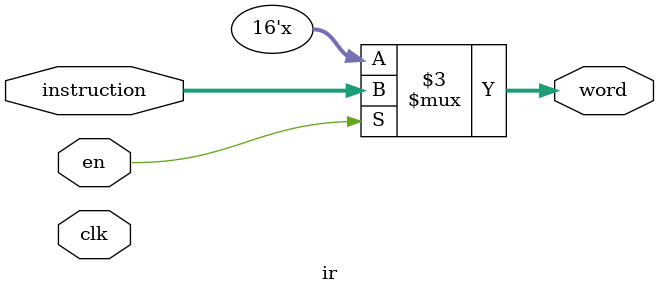
<source format=v>
module ir(en,word,instruction,clk);
	input en,clk;
	output reg [15:0] word;
	input [15:0] instruction;
	
	always@(*) begin
		if(en) word=instruction;
	end
endmodule 
</source>
